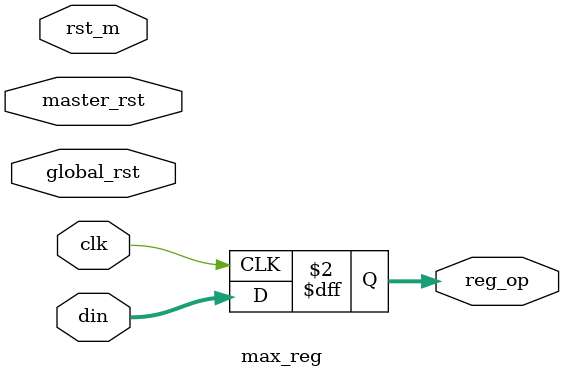
<source format=v>
`timescale 1ns / 1ps

module max_reg(
    input 		clk,
    input [7:0] din,
    input 		rst_m,
    input 		global_rst,
    input 		master_rst,
    output reg [7:0] reg_op
    );

	// git test///////

	//integer clk_temp  =0;
	//reg [15:0]	shifter = 15'h0;
	//wire  [7:0]	din_temp;
	//assign din_temp = din;

	always @(posedge clk) begin
		//if(rst_m || master_rst)	reg_op <= 8'h0;
		//else 					
			reg_op <= din;
	end

	//assign 	shifter = {shifter[7:0],din};
	//assign  reg_op = shifter[15:8];

endmodule


</source>
